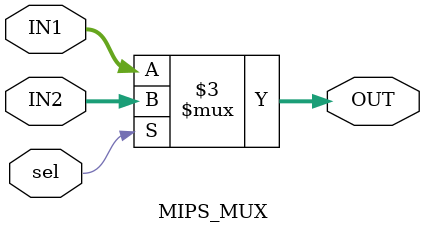
<source format=v>
module MIPS_MUX #(parameter width =32)
(
input wire [width-1:0] 	IN1,
input wire [width-1:0] 	IN2,
input wire 			   	sel,
output reg [width-1:0] OUT
);

always @(*)
	begin
		if (sel)
			OUT = IN2;
		else
			OUT = IN1;
	end

endmodule
</source>
